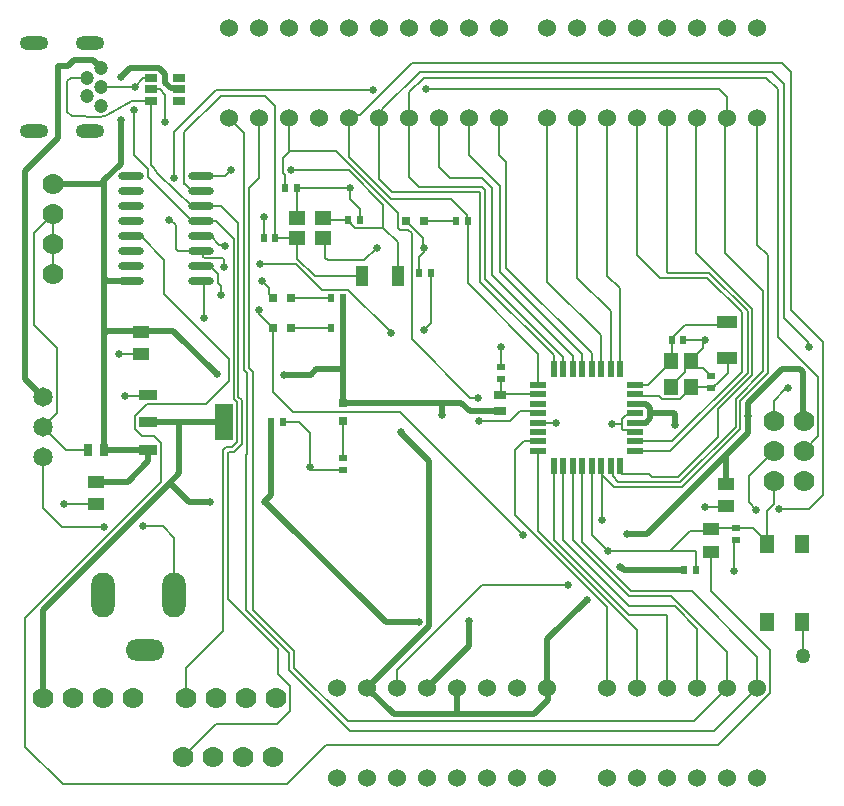
<source format=gtl>
G04*
G04 #@! TF.GenerationSoftware,Altium Limited,Altium Designer,22.1.2 (22)*
G04*
G04 Layer_Physical_Order=1*
G04 Layer_Color=255*
%FSLAX25Y25*%
%MOIN*%
G70*
G04*
G04 #@! TF.SameCoordinates,AD3CF4ED-2F77-40B5-8B07-5FF5FC0119D8*
G04*
G04*
G04 #@! TF.FilePolarity,Positive*
G04*
G01*
G75*
%ADD13C,0.00600*%
%ADD18R,0.05709X0.03937*%
%ADD19O,0.08661X0.02400*%
%ADD20R,0.02000X0.05800*%
%ADD21R,0.05800X0.02000*%
%ADD22R,0.04724X0.05511*%
%ADD23R,0.02362X0.02756*%
%ADD24R,0.04724X0.05906*%
%ADD25R,0.03150X0.03150*%
%ADD26R,0.02953X0.03937*%
%ADD27R,0.06300X0.12200*%
%ADD28R,0.06300X0.03300*%
%ADD29R,0.05511X0.04724*%
%ADD30R,0.03150X0.03150*%
%ADD31R,0.02756X0.02362*%
%ADD32R,0.03937X0.02756*%
%ADD33R,0.04400X0.07100*%
%ADD34R,0.07100X0.04400*%
%ADD35R,0.03937X0.02953*%
%ADD58C,0.02000*%
%ADD59O,0.07874X0.14961*%
%ADD60O,0.12992X0.07087*%
%ADD61C,0.07000*%
%ADD62O,0.09449X0.04724*%
%ADD63C,0.04724*%
%ADD64C,0.06496*%
%ADD65C,0.06000*%
%ADD66C,0.02500*%
%ADD67C,0.05000*%
D13*
X31185Y230315D02*
G03*
X33099Y230815I66J3662D01*
G01*
X50306Y211311D02*
G03*
X50537Y211058I1994J1589D01*
G01*
X209393Y122100D02*
X221689D01*
X244850Y145262D01*
X220851Y119000D02*
X246750Y144899D01*
X209393Y119000D02*
X220851D01*
X232500Y100300D02*
X239540D01*
X239700Y100460D01*
X46411Y134650D02*
X66150D01*
X73800Y142300D01*
Y149726D01*
X52200Y171326D02*
X73800Y149726D01*
X77031Y136920D02*
X78150Y135801D01*
X71400Y200500D02*
X77031Y194869D01*
Y136920D02*
Y194869D01*
X69621Y195500D02*
X75431Y189690D01*
X21409Y230490D02*
X31185Y230315D01*
X75431Y136258D02*
X76550Y135138D01*
X75431Y136258D02*
Y189690D01*
X20000Y231900D02*
X21409Y230490D01*
X44431Y190500D02*
X52200Y182731D01*
Y171326D02*
Y182731D01*
X5900Y20400D02*
X18500Y7800D01*
X5900Y63229D02*
X51350Y108679D01*
X5900Y20400D02*
Y63229D01*
X18500Y7800D02*
X93200D01*
X106300Y20900D01*
X236981D01*
X254300Y38219D01*
X114350Y25600D02*
X235600D01*
X94042Y45908D02*
X114350Y25600D01*
X235600D02*
X250000Y40000D01*
X270300Y123800D02*
Y143583D01*
X256900Y156983D02*
X270300Y143583D01*
X74000Y230000D02*
X78950Y225050D01*
Y145869D02*
Y225050D01*
X72500Y210500D02*
X74600Y212600D01*
X64700Y210500D02*
X72500D01*
X71100Y237400D02*
X86000D01*
X89368Y190000D02*
Y234032D01*
X86000Y237400D02*
X89368Y234032D01*
X59069Y225369D02*
X71100Y237400D01*
X59069Y208000D02*
Y225369D01*
X61900Y231700D02*
Y231700D01*
X62076Y231876D01*
X55600Y210000D02*
Y225400D01*
X61900Y231700D01*
X52600Y228600D02*
Y237692D01*
X52500Y228500D02*
X52600Y228600D01*
X29440Y101200D02*
X29500Y101260D01*
X19000Y101200D02*
X29440D01*
X133900Y210400D02*
X137400Y206900D01*
X133900Y210400D02*
Y229900D01*
X134000Y230000D01*
Y238500D01*
X80550Y206586D02*
X84000Y210036D01*
Y230000D01*
X94252Y218800D02*
X109737D01*
X130172Y198364D01*
X15300Y178000D02*
Y188000D01*
Y198000D01*
X8900Y191600D02*
X15300Y198000D01*
X8900Y160816D02*
Y191600D01*
Y160816D02*
X16548Y153168D01*
X261200Y166000D02*
Y245400D01*
X271900Y104300D02*
Y155300D01*
X261200Y166000D02*
X271900Y155300D01*
X266930Y153770D02*
X267100Y153600D01*
X258979Y163221D02*
X266930Y155270D01*
X258979Y163221D02*
Y241321D01*
X266930Y153770D02*
Y155270D01*
X258400Y248200D02*
X261200Y245400D01*
X256900Y156983D02*
Y239500D01*
X265500Y119000D02*
X270300Y123800D01*
X201602Y127899D02*
X204900D01*
X201500Y128000D02*
X201602Y127899D01*
X176993Y128400D02*
X177293Y128100D01*
X183000D01*
X69600Y239400D02*
X121900D01*
X62076Y231876D02*
X69600Y239400D01*
X114858Y230858D02*
X117458D01*
X134800Y248200D02*
X258400D01*
X117458Y230858D02*
X134800Y248200D01*
X125033Y232833D02*
X137600Y245400D01*
X125033Y231033D02*
Y232833D01*
X137600Y245400D02*
X254900D01*
X123900Y229900D02*
X125033Y231033D01*
X134000Y238500D02*
X138900Y243400D01*
X253000D01*
X139500Y239500D02*
X237286D01*
X240000Y236786D01*
X114000Y230000D02*
X114858Y230858D01*
X78950Y145869D02*
X79750Y145069D01*
X79650Y117819D02*
X79750Y117919D01*
X79650Y65913D02*
Y117819D01*
Y65913D02*
X94042Y51521D01*
X79750Y117919D02*
Y145069D01*
X130172Y193387D02*
Y198364D01*
X91950Y211444D02*
Y216498D01*
X92532Y206500D02*
Y210862D01*
X125352Y193322D02*
Y200922D01*
X94500Y212500D02*
X113774D01*
X114000Y216799D02*
X127841Y202958D01*
X91950Y216498D02*
X94252Y218800D01*
X114000Y216799D02*
Y230000D01*
X113774Y212500D02*
X125352Y200922D01*
X127841Y202958D02*
X147905D01*
X91950Y211444D02*
X92532Y210862D01*
X96469Y196851D02*
X96670Y196650D01*
X96469Y196851D02*
Y206500D01*
X85568Y190137D02*
Y197000D01*
X85431Y190000D02*
X85568Y190137D01*
X78150Y121199D02*
Y135801D01*
X80550Y146532D02*
Y206586D01*
X75615Y118664D02*
X78150Y121199D01*
X56200Y186100D02*
X56800Y185500D01*
X64700D01*
X56200Y186100D02*
Y194200D01*
X41300Y190500D02*
X44431D01*
X54000Y196000D02*
X54400D01*
X56200Y194200D01*
X42300Y217507D02*
X46931Y212876D01*
X42300Y217507D02*
Y232700D01*
X33099Y230815D02*
X41560Y235760D01*
X47923D01*
Y229800D02*
Y235760D01*
X45406Y243262D02*
X47901D01*
X31251Y240276D02*
X42420D01*
X47901Y243262D02*
X47923Y243240D01*
X42420Y240276D02*
X45406Y243262D01*
X50792Y239500D02*
X52600Y237692D01*
X47923Y239500D02*
X50792D01*
X37100Y151300D02*
X44460D01*
X44500Y151260D01*
X39300Y137300D02*
X46600D01*
X46900Y137600D01*
X59245Y207824D02*
X61569Y205500D01*
X59069Y208000D02*
X59245Y207824D01*
X19600Y119400D02*
X26744D01*
X12000Y127000D02*
X19600Y119400D01*
X16548Y131548D02*
Y153168D01*
X12000Y127000D02*
X16548Y131548D01*
X30626Y247200D02*
X31251Y246575D01*
X47923Y214395D02*
X47923Y214146D01*
X48531Y213539D01*
X50306Y211311D01*
X50537Y211058D02*
X61569Y200500D01*
X47923Y214395D02*
Y229800D01*
X61818Y200500D02*
X64700D01*
X61569Y200500D02*
X61818Y200500D01*
X64700D02*
X71400D01*
X182193Y146200D02*
X182893Y145500D01*
X254900Y245400D02*
X258979Y241321D01*
X253000Y243400D02*
X256900Y239500D01*
X240000Y230000D02*
Y236786D01*
X96668Y206700D02*
X114200D01*
X61569Y205500D02*
X64700D01*
X130778Y131922D02*
X171900Y90800D01*
X95078Y131922D02*
X130778D01*
X158100Y74100D02*
X187000D01*
X130000Y46000D02*
X158100Y74100D01*
X130000Y40000D02*
Y46000D01*
X70331Y174848D02*
Y177769D01*
X67599Y180500D02*
X70331Y177769D01*
X64700Y180500D02*
X67599D01*
X72100Y180300D02*
Y182748D01*
X70331Y174848D02*
X71200Y173979D01*
X64700Y185500D02*
X65249Y184951D01*
Y183751D02*
X65900Y183100D01*
X71749D01*
X72100Y182748D01*
X65249Y183751D02*
Y184951D01*
X72237Y187764D02*
X72600Y187400D01*
X70567Y187764D02*
X72237D01*
X80550Y146532D02*
X81800Y145282D01*
X71200Y170800D02*
Y173979D01*
X83800Y164747D02*
Y165800D01*
X72895Y120264D02*
X74952D01*
X76550Y121862D02*
Y135138D01*
X73909Y118664D02*
X75615D01*
X71900Y119269D02*
X72895Y120264D01*
X71900Y58900D02*
Y119269D01*
X59500Y46500D02*
X71900Y58900D01*
X74952Y120264D02*
X76550Y121862D01*
X73557Y118312D02*
X73909Y118664D01*
X83800Y164747D02*
X88547Y160000D01*
X67831Y190500D02*
X70567Y187764D01*
X64700Y190500D02*
X67831D01*
X84900Y175500D02*
Y175600D01*
Y175500D02*
X87272Y173128D01*
Y171275D02*
X88547Y170000D01*
X87272Y171275D02*
Y173128D01*
X64700Y195500D02*
X69621D01*
X61569D02*
X64700D01*
X94453Y160000D02*
X108031D01*
X96627Y190000D02*
X96670Y189957D01*
X89368Y190000D02*
X96627D01*
X234500Y92840D02*
X234828Y93168D01*
X248509D01*
X227487Y92287D02*
X234500D01*
Y72400D02*
Y85360D01*
X220896Y85696D02*
X229700D01*
X220896D02*
X227487Y92287D01*
X200396Y85696D02*
X220896D01*
X229700Y79115D02*
Y85696D01*
X200200Y85500D02*
X200396Y85696D01*
X234500Y72400D02*
X254300Y52600D01*
Y38219D02*
Y52600D01*
X51350Y108679D02*
Y121589D01*
X48989Y123950D02*
X51350Y121589D01*
X44811Y123950D02*
X48989D01*
X42450Y126312D02*
X44811Y123950D01*
X42450Y126312D02*
Y130689D01*
X46411Y134650D01*
X250000Y40000D02*
Y50400D01*
X228200Y72200D02*
X250000Y50400D01*
X45300Y93800D02*
X51900D01*
X55622Y90078D01*
Y71000D02*
Y90078D01*
X194793Y90907D02*
X200200Y85500D01*
X191593Y88507D02*
Y113800D01*
X188493Y89344D02*
X207237Y70600D01*
X191593Y88507D02*
X207900Y72200D01*
X207237Y70600D02*
X221400D01*
X207900Y72200D02*
X228200D01*
X188493Y89344D02*
Y113800D01*
X255500Y135600D02*
X259400Y139500D01*
X255500Y129000D02*
Y135600D01*
X246750Y144899D02*
Y165601D01*
X244350Y126350D02*
Y135711D01*
X236962Y132848D02*
X248350Y144236D01*
X253450Y144811D02*
Y184100D01*
X248350Y144236D02*
Y166264D01*
X242750Y127013D02*
Y136373D01*
X244350Y135711D02*
X253450Y144811D01*
X233388Y176700D02*
X244850Y165238D01*
X236962Y123488D02*
Y132848D01*
X251850Y145473D02*
Y172350D01*
X244850Y145262D02*
Y165238D01*
X242750Y136373D02*
X251850Y145473D01*
X234051Y178300D02*
X246750Y165601D01*
X229714Y184900D02*
X248350Y166264D01*
X250000Y187550D02*
X253450Y184100D01*
X239300Y184900D02*
X251850Y172350D01*
X236156Y141287D02*
X236616D01*
X234700Y139831D02*
X234897D01*
X235778Y140713D02*
Y140909D01*
X236156Y141287D01*
X240300Y144971D02*
Y148300D01*
X236616Y141287D02*
X240300Y144971D01*
X234897Y139831D02*
X235778Y140713D01*
X198300Y95900D02*
Y113393D01*
X197893Y113800D02*
X198300Y113393D01*
X198593Y110562D02*
X202154Y107000D01*
X224999D02*
X244350Y126350D01*
X202154Y107000D02*
X224999D01*
X250000Y187550D02*
Y230000D01*
X224337Y108600D02*
X242750Y127013D01*
X239300Y184900D02*
Y229300D01*
X240000Y230000D01*
X223674Y110200D02*
X236962Y123488D01*
X201093Y113800D02*
X201793Y113100D01*
Y110461D02*
Y113100D01*
X214784Y110200D02*
X223674D01*
X201793Y110461D02*
X203654Y108600D01*
X224337D01*
X204193Y111900D02*
X204893Y111200D01*
X213784D02*
X214784Y110200D01*
X204893Y111200D02*
X213784D01*
X229714Y184900D02*
Y229714D01*
X230000Y230000D01*
X204193Y111900D02*
Y113800D01*
X219800Y229800D02*
X220000Y230000D01*
X219800Y178651D02*
X220151Y178300D01*
X234051D01*
X219800Y178651D02*
Y229800D01*
X210000Y184400D02*
Y230000D01*
Y184400D02*
X217700Y176700D01*
X233388D01*
X225971Y160900D02*
X241600D01*
X241300Y162600D02*
X242516Y161384D01*
X222313Y157242D02*
X225971Y160900D01*
X224181Y136214D02*
X227843Y139876D01*
X218250Y136214D02*
X224181D01*
X217264Y137200D02*
X218250Y136214D01*
X210093Y137200D02*
X217264D01*
X209393Y141000D02*
X209400Y141007D01*
X231796Y146476D02*
X234503Y143769D01*
X229905Y146476D02*
X231796D01*
X225781Y146869D02*
X227843Y148931D01*
X234262Y140270D02*
X234700Y139831D01*
X221431Y149213D02*
Y155900D01*
X221150Y148932D02*
X221431Y149213D01*
Y155900D02*
X222313Y156781D01*
Y157242D01*
X221150Y140663D02*
X225781Y145294D01*
X221150Y140270D02*
Y140663D01*
X225781Y145294D02*
Y146869D01*
X227843Y149325D02*
X231758Y153240D01*
Y154958D01*
X232600Y155800D01*
X227843Y148931D02*
Y149325D01*
X234503Y143769D02*
X234700D01*
X227843Y148538D02*
Y148931D01*
Y148538D02*
X229905Y146476D01*
X225468Y155800D02*
X232600D01*
X225368Y155900D02*
X225468Y155800D01*
X227843Y140270D02*
X234262D01*
X213612Y141000D02*
X221150Y148538D01*
X209393Y141000D02*
X213612D01*
X221150Y148538D02*
Y148932D01*
X209393Y137900D02*
X210093Y137200D01*
X227843Y139876D02*
Y140270D01*
X134850Y156161D02*
X154312Y136700D01*
X156800D01*
X157752Y128800D02*
X167553D01*
X164500Y137756D02*
Y142931D01*
Y137756D02*
X164644Y137900D01*
X176993D01*
X164400Y137656D02*
X164500Y137756D01*
X167553Y128800D02*
X171053Y132300D01*
X164500Y146869D02*
Y153500D01*
X171053Y132300D02*
X176293D01*
X81800Y66026D02*
X95641Y52184D01*
X81800Y66026D02*
Y145282D01*
X240000Y40000D02*
Y52000D01*
X230000Y40000D02*
Y59737D01*
X207300Y67100D02*
X222637D01*
X230000Y59737D01*
X221400Y70600D02*
X240000Y52000D01*
X194793Y90907D02*
Y113800D01*
X141269Y161669D02*
Y178400D01*
X138800Y159200D02*
X141269Y161669D01*
X113688Y172678D02*
X127800Y158566D01*
Y158100D02*
Y158566D01*
X104759Y172678D02*
X113688D01*
X134850Y156161D02*
Y191435D01*
X133659Y192625D02*
X134850Y191435D01*
X96337Y181100D02*
X104759Y172678D01*
X84300Y181100D02*
X96337D01*
X242400Y79000D02*
Y88832D01*
X113500Y28900D02*
X228900D01*
X95641Y46758D02*
Y52184D01*
Y46758D02*
X113500Y28900D01*
X90300Y44676D02*
Y53000D01*
Y44676D02*
X94300Y40676D01*
Y32351D02*
Y40676D01*
X94042Y45908D02*
Y51521D01*
X228900Y28900D02*
X240000Y40000D01*
X73557Y69743D02*
X90300Y53000D01*
X89948Y28000D02*
X94300Y32351D01*
X69500Y28000D02*
X89948D01*
X73557Y69743D02*
Y118312D01*
X88547Y138453D02*
X95078Y131922D01*
X88547Y138453D02*
Y160000D01*
X100900Y113500D02*
X101700Y112700D01*
X100900Y113500D02*
Y124800D01*
X97200Y128500D02*
X100900Y124800D01*
X91969Y128500D02*
X97200D01*
X112000Y116469D02*
Y129047D01*
X101700Y112700D02*
X111831D01*
X112000Y112531D01*
X204900Y129646D02*
X206154Y130900D01*
X204900Y127899D02*
Y129646D01*
X205252Y125800D02*
X208893D01*
X204900Y126152D02*
X205252Y125800D01*
X204900Y126152D02*
Y127899D01*
X206154Y130900D02*
X208693D01*
X208893Y125800D02*
X209393Y125300D01*
X208693Y130900D02*
X209393Y131600D01*
X190000Y176600D02*
X201093Y165507D01*
X180000Y175400D02*
X197893Y157507D01*
Y146200D02*
Y157507D01*
X201093Y146200D02*
Y165507D01*
X182193Y89407D02*
X207200Y64400D01*
X185293Y89107D02*
Y113800D01*
X176993Y92344D02*
X210000Y59337D01*
Y40000D02*
Y59337D01*
X185293Y89107D02*
X207300Y67100D01*
X169300Y97600D02*
X200000Y66900D01*
Y40000D02*
Y66900D01*
X207200Y64400D02*
X219549D01*
X182193Y89407D02*
Y113800D01*
X169300Y97600D02*
Y119300D01*
X172100Y122100D01*
X176993Y92344D02*
Y119000D01*
X172100Y122100D02*
X176993D01*
X267300Y99700D02*
X271900Y104300D01*
X255500Y101406D02*
Y109000D01*
X253095Y99001D02*
X255500Y101406D01*
X253095Y88583D02*
Y99001D01*
X247100Y101800D02*
X249700Y99200D01*
X247100Y101800D02*
Y110600D01*
X255500Y119000D01*
X257400Y99700D02*
X267300D01*
X114200Y203000D02*
X117469Y199732D01*
Y196000D02*
Y199732D01*
X114200Y203000D02*
Y206700D01*
X96469Y206500D02*
X96668Y206700D01*
X106761Y182490D02*
X118990D01*
X123100Y186600D01*
X115749Y193322D02*
X125352D01*
X130200Y188474D01*
X138953Y195500D02*
X149531D01*
X133047D02*
X138647Y189900D01*
X130934Y192625D02*
X133659D01*
X138647Y186753D02*
Y189900D01*
Y186753D02*
X138900Y186500D01*
X137331Y178400D02*
Y183741D01*
X138900Y185309D01*
Y186500D01*
X102500Y177200D02*
X118400D01*
X96670Y183030D02*
X102500Y177200D01*
X96670Y183030D02*
Y189957D01*
X106000Y183252D02*
Y189288D01*
Y183252D02*
X106761Y182490D01*
X105331Y189957D02*
X106000Y189288D01*
X105982Y196000D02*
X113531D01*
X105332Y196650D02*
X105982Y196000D01*
X113531D02*
X114413Y195119D01*
Y194658D02*
Y195119D01*
Y194658D02*
X115749Y193322D01*
X130200Y177200D02*
Y188474D01*
X130172Y193387D02*
X130934Y192625D01*
X94453Y170000D02*
X108031D01*
X46931Y210139D02*
X61569Y195500D01*
X46931Y210139D02*
Y212876D01*
X18226Y93600D02*
X32300D01*
X32400Y93700D01*
X12000Y99826D02*
X18226Y93600D01*
X12000Y99826D02*
Y117000D01*
X59500Y36500D02*
Y46500D01*
X58500Y17000D02*
X69500Y28000D01*
X253095Y87992D02*
Y88583D01*
X248509Y93168D02*
X253095Y88583D01*
X64700Y175500D02*
X65500Y174700D01*
Y163400D02*
Y174700D01*
X20000Y231900D02*
Y242100D01*
X21300Y243400D01*
X26486D01*
X26512Y243426D01*
X93900Y219151D02*
Y229900D01*
Y219151D02*
X94252Y218800D01*
X93900Y229900D02*
X94000Y230000D01*
X176293Y132300D02*
X176993Y131600D01*
X219549Y64400D02*
X219900Y64048D01*
X204193Y146200D02*
Y173207D01*
X200000Y177400D02*
X204193Y173207D01*
X265100Y50500D02*
Y61813D01*
X264906Y62008D02*
X265100Y61813D01*
X242400Y88832D02*
X242800Y89231D01*
X219900Y40100D02*
Y64048D01*
Y40100D02*
X220000Y40000D01*
X200000Y177400D02*
Y230000D01*
X190000Y176600D02*
Y230000D01*
X180000Y175400D02*
Y230000D01*
X163900Y229900D02*
X164000Y230000D01*
X163900Y217600D02*
Y229900D01*
Y217600D02*
X166400Y215100D01*
Y179900D02*
Y215100D01*
Y179900D02*
X194793Y151507D01*
Y146200D02*
Y151507D01*
X154000Y217600D02*
Y230000D01*
Y217600D02*
X164300Y207300D01*
Y178500D02*
Y207300D01*
X161600Y177500D02*
Y206600D01*
X158300Y209900D02*
X161600Y206600D01*
X147600Y209900D02*
X158300D01*
X164300Y178500D02*
X191593Y151207D01*
Y146200D02*
Y151207D01*
X144000Y213500D02*
X147600Y209900D01*
X144000Y213500D02*
Y230000D01*
X161600Y177500D02*
X188493Y150607D01*
X159300Y176200D02*
Y206000D01*
Y176200D02*
X185293Y150207D01*
X153469Y174932D02*
Y195500D01*
Y174932D02*
X176993Y151407D01*
X137400Y206900D02*
X158400D01*
X157700Y175400D02*
Y204948D01*
X176993Y141000D02*
Y151407D01*
X128300Y205300D02*
X157349D01*
X157700Y175400D02*
X182193Y150907D01*
X157349Y205300D02*
X157700Y204948D01*
X182193Y146200D02*
Y150907D01*
X185293Y146200D02*
Y150207D01*
X158400Y206900D02*
X159300Y206000D01*
X188493Y146200D02*
Y150607D01*
X153400Y195569D02*
X153469Y195500D01*
X147905Y202958D02*
X153400Y197464D01*
Y195569D02*
Y197464D01*
X123900Y209700D02*
X128300Y205300D01*
X123900Y209700D02*
Y229900D01*
D18*
X239700Y100460D02*
D03*
Y107940D02*
D03*
X29500Y101260D02*
D03*
Y108740D02*
D03*
X234500Y85360D02*
D03*
Y92840D02*
D03*
X44500Y158740D02*
D03*
Y151260D02*
D03*
D19*
X64700Y175500D02*
D03*
Y180500D02*
D03*
Y185500D02*
D03*
Y190500D02*
D03*
Y195500D02*
D03*
Y200500D02*
D03*
Y205500D02*
D03*
Y210500D02*
D03*
X41300D02*
D03*
Y205500D02*
D03*
Y200500D02*
D03*
Y195500D02*
D03*
Y190500D02*
D03*
Y185500D02*
D03*
Y180500D02*
D03*
Y175500D02*
D03*
D20*
X204193Y113800D02*
D03*
X201093D02*
D03*
X197893D02*
D03*
X194793D02*
D03*
X191593D02*
D03*
X188493D02*
D03*
X185293D02*
D03*
X182193D02*
D03*
Y146200D02*
D03*
X185293D02*
D03*
X188493D02*
D03*
X191593D02*
D03*
X194793D02*
D03*
X197893D02*
D03*
X201093D02*
D03*
X204193D02*
D03*
D21*
X176993Y119000D02*
D03*
Y122100D02*
D03*
Y125300D02*
D03*
Y128400D02*
D03*
Y131600D02*
D03*
Y134700D02*
D03*
Y137900D02*
D03*
Y141000D02*
D03*
X209393D02*
D03*
Y137900D02*
D03*
Y134700D02*
D03*
Y131600D02*
D03*
Y128400D02*
D03*
Y125300D02*
D03*
Y122100D02*
D03*
Y119000D02*
D03*
D22*
X221150Y148932D02*
D03*
Y140270D02*
D03*
X227843Y148931D02*
D03*
Y140270D02*
D03*
D23*
X225368Y155900D02*
D03*
X221431D02*
D03*
X91969Y128500D02*
D03*
X88032D02*
D03*
X117469Y196000D02*
D03*
X113531D02*
D03*
X85431Y190000D02*
D03*
X89368D02*
D03*
X96469Y206500D02*
D03*
X92532D02*
D03*
X137331Y178400D02*
D03*
X141269D02*
D03*
X225731Y79200D02*
D03*
X229668D02*
D03*
X153469Y195500D02*
D03*
X149531D02*
D03*
X111969Y160000D02*
D03*
X108031D02*
D03*
X111969Y170000D02*
D03*
X108031D02*
D03*
D24*
X253095Y87992D02*
D03*
X264906Y62008D02*
D03*
X253095D02*
D03*
X264906Y87992D02*
D03*
D25*
X133047Y195500D02*
D03*
X138953D02*
D03*
X88547Y160000D02*
D03*
X94453D02*
D03*
X88547Y170000D02*
D03*
X94453D02*
D03*
D26*
X32256Y119400D02*
D03*
X26744D02*
D03*
D27*
X72100Y128500D02*
D03*
D28*
X46900Y137600D02*
D03*
Y128500D02*
D03*
Y119400D02*
D03*
D29*
X105332Y196650D02*
D03*
X96670D02*
D03*
X105331Y189957D02*
D03*
X96670D02*
D03*
D30*
X112000Y129047D02*
D03*
Y134953D02*
D03*
D31*
Y116469D02*
D03*
Y112531D02*
D03*
X242800Y89231D02*
D03*
Y93168D02*
D03*
X234700Y143769D02*
D03*
Y139831D02*
D03*
X164500Y142931D02*
D03*
Y146869D02*
D03*
D32*
X47923Y243240D02*
D03*
Y239500D02*
D03*
Y235760D02*
D03*
X57224D02*
D03*
Y239500D02*
D03*
Y243240D02*
D03*
D33*
X130200Y177200D02*
D03*
X118400D02*
D03*
D34*
X240000Y161800D02*
D03*
Y150000D02*
D03*
D35*
X164400Y132144D02*
D03*
Y137656D02*
D03*
D58*
X206600Y91400D02*
X213300D01*
X239300Y117400D01*
X239700Y107940D02*
Y117000D01*
X239300Y117400D02*
X239700Y117000D01*
X246900Y125000D02*
Y130600D01*
X239300Y117400D02*
X246900Y125000D01*
X33428Y159000D02*
X55300D01*
X69800Y144500D01*
X205535Y79100D02*
X225731D01*
X6000Y143000D02*
Y212400D01*
X16800Y223200D02*
Y247200D01*
X6000Y212400D02*
X16800Y223200D01*
X37900Y214756D02*
Y229300D01*
X32256Y209112D02*
X37900Y214756D01*
X38000Y243600D02*
X41018Y246618D01*
X50720D01*
X32256Y176500D02*
Y209112D01*
Y157828D02*
Y176500D01*
X33256Y175500D02*
X41300D01*
X32256Y176500D02*
X33256Y175500D01*
X15300Y208000D02*
X31144D01*
X32256Y209112D01*
X50720Y246618D02*
X52574Y244764D01*
Y241716D02*
X54427Y239862D01*
X52574Y241716D02*
Y244764D01*
X56862Y239862D02*
X57224Y239500D01*
X54427Y239862D02*
X56862D01*
X32256Y157828D02*
X33428Y159000D01*
X32256Y119400D02*
Y157828D01*
X6000Y143000D02*
X12000Y137000D01*
X22356Y249300D02*
X28447D01*
X30547Y247200D01*
X16800D02*
X20256D01*
X22356Y249300D01*
X145000Y134953D02*
X151347D01*
X112000D02*
X145000D01*
X144800Y130800D02*
X144896Y130896D01*
Y134848D01*
X145000Y134953D01*
X131100Y125000D02*
Y125200D01*
Y125000D02*
X140550Y115550D01*
X120000Y40000D02*
X140550Y60550D01*
Y115550D01*
X137100Y61800D02*
X137300Y62000D01*
X126100Y61800D02*
X137100D01*
X12000Y66076D02*
X54212Y108288D01*
X12000Y36500D02*
Y66076D01*
X204435Y80200D02*
X205535Y79100D01*
X204300Y80200D02*
X204435D01*
X265400Y129100D02*
Y145230D01*
X264228Y146402D02*
X265400Y145230D01*
X258354Y146402D02*
X264228D01*
X265400Y129100D02*
X265500Y129000D01*
X246900Y134948D02*
X258354Y146402D01*
X246900Y130600D02*
Y134948D01*
X222500Y127450D02*
Y131200D01*
X222100Y131600D02*
X222500Y131200D01*
X215093Y131600D02*
X222100D01*
X214293Y129772D02*
Y132400D01*
X213021Y134700D02*
X214293Y133428D01*
Y132400D02*
Y133428D01*
Y132400D02*
X215093Y131600D01*
X212921Y128400D02*
X214293Y129772D01*
X209393Y128400D02*
X212921D01*
X154156Y132144D02*
X164400D01*
X151347Y134953D02*
X154156Y132144D01*
X92100Y144400D02*
X101160D01*
X88032Y104267D02*
Y128500D01*
X85900Y102000D02*
Y102135D01*
X88032Y104267D01*
X111969Y160000D02*
Y170000D01*
X103060Y146300D02*
X111984D01*
X101160Y144400D02*
X103060Y146300D01*
X111984D02*
Y159984D01*
Y134968D02*
Y146300D01*
X209393Y134700D02*
X213021D01*
X57224Y239500D02*
X57587Y239138D01*
X153904Y53904D02*
Y62004D01*
X154000Y62100D01*
X140000Y40000D02*
X153904Y53904D01*
X85900Y102000D02*
X126100Y61800D01*
X54212Y108288D02*
X57400Y111477D01*
X60700Y101800D02*
X67700D01*
X54212Y108288D02*
X60700Y101800D01*
X43246Y175500D02*
X43431Y175315D01*
X32256Y119400D02*
X46900D01*
X29500Y108740D02*
X40140D01*
X46900Y115500D01*
Y119400D01*
X57400Y128500D02*
X72100D01*
X46900D02*
X57400D01*
Y111477D02*
Y128500D01*
X180000Y56100D02*
X193100Y69200D01*
X111984Y134968D02*
X112000Y134953D01*
X111969Y160000D02*
X111984Y159984D01*
X180000Y40000D02*
Y56100D01*
X149900Y31200D02*
X175600D01*
X128800D02*
X149900D01*
X150000Y31300D01*
Y40000D01*
X180400Y36000D02*
Y39600D01*
X180000Y40000D02*
X180400Y39600D01*
X175600Y31200D02*
X180400Y36000D01*
X120000Y40000D02*
X128800Y31200D01*
D59*
X55622Y71000D02*
D03*
X32000D02*
D03*
D60*
X45779Y52693D02*
D03*
D61*
X265500Y109000D02*
D03*
X255500D02*
D03*
X265500Y119000D02*
D03*
X255500D02*
D03*
X265500Y129000D02*
D03*
X255500D02*
D03*
X78500Y17000D02*
D03*
X88500D02*
D03*
X58500D02*
D03*
X68500D02*
D03*
X32000Y36500D02*
D03*
X42000D02*
D03*
X12000D02*
D03*
X22000D02*
D03*
X79500D02*
D03*
X89500D02*
D03*
X59500D02*
D03*
X69500D02*
D03*
X15300Y198000D02*
D03*
Y208000D02*
D03*
Y178000D02*
D03*
Y188000D02*
D03*
D62*
X9000Y225709D02*
D03*
X27701D02*
D03*
Y255000D02*
D03*
X9000D02*
D03*
D63*
X31251Y246575D02*
D03*
X26512Y243426D02*
D03*
Y237127D02*
D03*
X31251Y240276D02*
D03*
Y233977D02*
D03*
D64*
X12000Y137000D02*
D03*
Y127000D02*
D03*
Y117000D02*
D03*
D65*
X164000Y230000D02*
D03*
X154000D02*
D03*
X144000D02*
D03*
X134000D02*
D03*
X124000D02*
D03*
X114000D02*
D03*
X104000D02*
D03*
X94000D02*
D03*
X84000D02*
D03*
X74000D02*
D03*
X250000Y40000D02*
D03*
X240000D02*
D03*
X230000D02*
D03*
X220000D02*
D03*
X210000D02*
D03*
X200000D02*
D03*
X164000Y260000D02*
D03*
X154000D02*
D03*
X144000D02*
D03*
X134000D02*
D03*
X124000D02*
D03*
X114000D02*
D03*
X104000D02*
D03*
X94000D02*
D03*
X84000D02*
D03*
X74000D02*
D03*
X250000Y10000D02*
D03*
X240000D02*
D03*
X230000D02*
D03*
X220000D02*
D03*
X210000D02*
D03*
X200000D02*
D03*
X180000Y230000D02*
D03*
X190000D02*
D03*
X200000D02*
D03*
X210000D02*
D03*
X220000D02*
D03*
X230000D02*
D03*
X240000D02*
D03*
X250000D02*
D03*
X180000Y40000D02*
D03*
X170000D02*
D03*
X160000D02*
D03*
X150000D02*
D03*
X140000D02*
D03*
X130000D02*
D03*
X120000D02*
D03*
X110000D02*
D03*
X250000Y260000D02*
D03*
X240000D02*
D03*
X230000D02*
D03*
X220000D02*
D03*
X210000D02*
D03*
X200000D02*
D03*
X190000D02*
D03*
X180000D02*
D03*
Y10000D02*
D03*
X170000D02*
D03*
X160000D02*
D03*
X150000D02*
D03*
X140000D02*
D03*
X130000D02*
D03*
X120000D02*
D03*
X110000D02*
D03*
D66*
X232500Y100300D02*
D03*
X69800Y144500D02*
D03*
X74600Y212600D02*
D03*
X52500Y228500D02*
D03*
X19000Y101200D02*
D03*
X267100Y153600D02*
D03*
X201500Y128000D02*
D03*
X183000Y128100D02*
D03*
X121900Y239400D02*
D03*
X139500Y239500D02*
D03*
X94500Y212500D02*
D03*
X85568Y197000D02*
D03*
X54000Y196000D02*
D03*
X42300Y232700D02*
D03*
X37900Y229300D02*
D03*
X42420Y240276D02*
D03*
X38000Y243600D02*
D03*
X37100Y151300D02*
D03*
X55600Y210000D02*
D03*
X144800Y130800D02*
D03*
X131100Y125200D02*
D03*
X137300Y62000D02*
D03*
X72100Y180300D02*
D03*
X72600Y187400D02*
D03*
X71200Y170800D02*
D03*
X83800Y165800D02*
D03*
X84900Y175600D02*
D03*
X45300Y93800D02*
D03*
X206600Y91400D02*
D03*
X204300Y80200D02*
D03*
X260100Y140000D02*
D03*
X246900Y130600D02*
D03*
X222500Y127450D02*
D03*
X156800Y136700D02*
D03*
X157400Y128894D02*
D03*
X164500Y153500D02*
D03*
X200200Y85500D02*
D03*
X138800Y159200D02*
D03*
X127800Y158100D02*
D03*
X84300Y181100D02*
D03*
X242400Y79000D02*
D03*
X92100Y144400D02*
D03*
X100900Y113500D02*
D03*
X232600Y155800D02*
D03*
X171900Y90800D02*
D03*
X249700Y99200D02*
D03*
X257400Y99700D02*
D03*
X114200Y206700D02*
D03*
X123100Y186600D02*
D03*
X154000Y62100D02*
D03*
X85900Y102000D02*
D03*
X67700Y101800D02*
D03*
X32400Y93700D02*
D03*
X65500Y163400D02*
D03*
X193100Y69200D02*
D03*
X187000Y74100D02*
D03*
X198300Y95900D02*
D03*
X138900Y186500D02*
D03*
X39300Y137300D02*
D03*
D67*
X265100Y50500D02*
D03*
M02*

</source>
